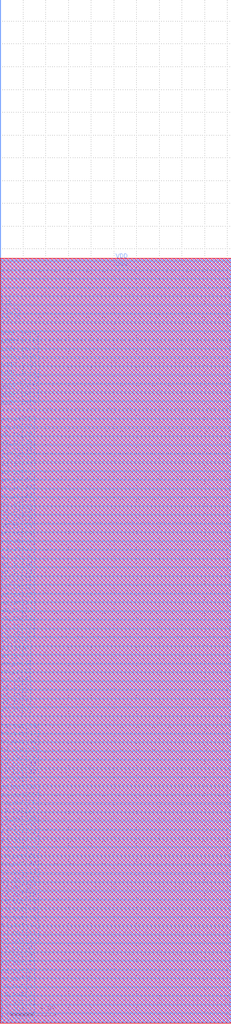
<source format=lef>
VERSION 5.7 ;
BUSBITCHARS "[]" ;
MACRO fakeram7_1024x39
  FOREIGN fakeram7_1024x39 0 0 ;
  SYMMETRY X Y R90 ;
  SIZE 20.330 BY 67.200 ;
  CLASS BLOCK ;
  PIN rd_out[0]
    DIRECTION OUTPUT ;
    USE SIGNAL ;
    SHAPE ABUTMENT ;
    PORT
      LAYER M4 ;
      RECT 0.000 0.096 0.024 0.120 ;
    END
  END rd_out[0]
  PIN rd_out[1]
    DIRECTION OUTPUT ;
    USE SIGNAL ;
    SHAPE ABUTMENT ;
    PORT
      LAYER M4 ;
      RECT 0.000 0.768 0.024 0.792 ;
    END
  END rd_out[1]
  PIN rd_out[2]
    DIRECTION OUTPUT ;
    USE SIGNAL ;
    SHAPE ABUTMENT ;
    PORT
      LAYER M4 ;
      RECT 0.000 1.440 0.024 1.464 ;
    END
  END rd_out[2]
  PIN rd_out[3]
    DIRECTION OUTPUT ;
    USE SIGNAL ;
    SHAPE ABUTMENT ;
    PORT
      LAYER M4 ;
      RECT 0.000 2.112 0.024 2.136 ;
    END
  END rd_out[3]
  PIN rd_out[4]
    DIRECTION OUTPUT ;
    USE SIGNAL ;
    SHAPE ABUTMENT ;
    PORT
      LAYER M4 ;
      RECT 0.000 2.784 0.024 2.808 ;
    END
  END rd_out[4]
  PIN rd_out[5]
    DIRECTION OUTPUT ;
    USE SIGNAL ;
    SHAPE ABUTMENT ;
    PORT
      LAYER M4 ;
      RECT 0.000 3.456 0.024 3.480 ;
    END
  END rd_out[5]
  PIN rd_out[6]
    DIRECTION OUTPUT ;
    USE SIGNAL ;
    SHAPE ABUTMENT ;
    PORT
      LAYER M4 ;
      RECT 0.000 4.128 0.024 4.152 ;
    END
  END rd_out[6]
  PIN rd_out[7]
    DIRECTION OUTPUT ;
    USE SIGNAL ;
    SHAPE ABUTMENT ;
    PORT
      LAYER M4 ;
      RECT 0.000 4.800 0.024 4.824 ;
    END
  END rd_out[7]
  PIN rd_out[8]
    DIRECTION OUTPUT ;
    USE SIGNAL ;
    SHAPE ABUTMENT ;
    PORT
      LAYER M4 ;
      RECT 0.000 5.472 0.024 5.496 ;
    END
  END rd_out[8]
  PIN rd_out[9]
    DIRECTION OUTPUT ;
    USE SIGNAL ;
    SHAPE ABUTMENT ;
    PORT
      LAYER M4 ;
      RECT 0.000 6.144 0.024 6.168 ;
    END
  END rd_out[9]
  PIN rd_out[10]
    DIRECTION OUTPUT ;
    USE SIGNAL ;
    SHAPE ABUTMENT ;
    PORT
      LAYER M4 ;
      RECT 0.000 6.816 0.024 6.840 ;
    END
  END rd_out[10]
  PIN rd_out[11]
    DIRECTION OUTPUT ;
    USE SIGNAL ;
    SHAPE ABUTMENT ;
    PORT
      LAYER M4 ;
      RECT 0.000 7.488 0.024 7.512 ;
    END
  END rd_out[11]
  PIN rd_out[12]
    DIRECTION OUTPUT ;
    USE SIGNAL ;
    SHAPE ABUTMENT ;
    PORT
      LAYER M4 ;
      RECT 0.000 8.160 0.024 8.184 ;
    END
  END rd_out[12]
  PIN rd_out[13]
    DIRECTION OUTPUT ;
    USE SIGNAL ;
    SHAPE ABUTMENT ;
    PORT
      LAYER M4 ;
      RECT 0.000 8.832 0.024 8.856 ;
    END
  END rd_out[13]
  PIN rd_out[14]
    DIRECTION OUTPUT ;
    USE SIGNAL ;
    SHAPE ABUTMENT ;
    PORT
      LAYER M4 ;
      RECT 0.000 9.504 0.024 9.528 ;
    END
  END rd_out[14]
  PIN rd_out[15]
    DIRECTION OUTPUT ;
    USE SIGNAL ;
    SHAPE ABUTMENT ;
    PORT
      LAYER M4 ;
      RECT 0.000 10.176 0.024 10.200 ;
    END
  END rd_out[15]
  PIN rd_out[16]
    DIRECTION OUTPUT ;
    USE SIGNAL ;
    SHAPE ABUTMENT ;
    PORT
      LAYER M4 ;
      RECT 0.000 10.848 0.024 10.872 ;
    END
  END rd_out[16]
  PIN rd_out[17]
    DIRECTION OUTPUT ;
    USE SIGNAL ;
    SHAPE ABUTMENT ;
    PORT
      LAYER M4 ;
      RECT 0.000 11.520 0.024 11.544 ;
    END
  END rd_out[17]
  PIN rd_out[18]
    DIRECTION OUTPUT ;
    USE SIGNAL ;
    SHAPE ABUTMENT ;
    PORT
      LAYER M4 ;
      RECT 0.000 12.192 0.024 12.216 ;
    END
  END rd_out[18]
  PIN rd_out[19]
    DIRECTION OUTPUT ;
    USE SIGNAL ;
    SHAPE ABUTMENT ;
    PORT
      LAYER M4 ;
      RECT 0.000 12.864 0.024 12.888 ;
    END
  END rd_out[19]
  PIN rd_out[20]
    DIRECTION OUTPUT ;
    USE SIGNAL ;
    SHAPE ABUTMENT ;
    PORT
      LAYER M4 ;
      RECT 0.000 13.536 0.024 13.560 ;
    END
  END rd_out[20]
  PIN rd_out[21]
    DIRECTION OUTPUT ;
    USE SIGNAL ;
    SHAPE ABUTMENT ;
    PORT
      LAYER M4 ;
      RECT 0.000 14.208 0.024 14.232 ;
    END
  END rd_out[21]
  PIN rd_out[22]
    DIRECTION OUTPUT ;
    USE SIGNAL ;
    SHAPE ABUTMENT ;
    PORT
      LAYER M4 ;
      RECT 0.000 14.880 0.024 14.904 ;
    END
  END rd_out[22]
  PIN rd_out[23]
    DIRECTION OUTPUT ;
    USE SIGNAL ;
    SHAPE ABUTMENT ;
    PORT
      LAYER M4 ;
      RECT 0.000 15.552 0.024 15.576 ;
    END
  END rd_out[23]
  PIN rd_out[24]
    DIRECTION OUTPUT ;
    USE SIGNAL ;
    SHAPE ABUTMENT ;
    PORT
      LAYER M4 ;
      RECT 0.000 16.224 0.024 16.248 ;
    END
  END rd_out[24]
  PIN rd_out[25]
    DIRECTION OUTPUT ;
    USE SIGNAL ;
    SHAPE ABUTMENT ;
    PORT
      LAYER M4 ;
      RECT 0.000 16.896 0.024 16.920 ;
    END
  END rd_out[25]
  PIN rd_out[26]
    DIRECTION OUTPUT ;
    USE SIGNAL ;
    SHAPE ABUTMENT ;
    PORT
      LAYER M4 ;
      RECT 0.000 17.568 0.024 17.592 ;
    END
  END rd_out[26]
  PIN rd_out[27]
    DIRECTION OUTPUT ;
    USE SIGNAL ;
    SHAPE ABUTMENT ;
    PORT
      LAYER M4 ;
      RECT 0.000 18.240 0.024 18.264 ;
    END
  END rd_out[27]
  PIN rd_out[28]
    DIRECTION OUTPUT ;
    USE SIGNAL ;
    SHAPE ABUTMENT ;
    PORT
      LAYER M4 ;
      RECT 0.000 18.912 0.024 18.936 ;
    END
  END rd_out[28]
  PIN rd_out[29]
    DIRECTION OUTPUT ;
    USE SIGNAL ;
    SHAPE ABUTMENT ;
    PORT
      LAYER M4 ;
      RECT 0.000 19.584 0.024 19.608 ;
    END
  END rd_out[29]
  PIN rd_out[30]
    DIRECTION OUTPUT ;
    USE SIGNAL ;
    SHAPE ABUTMENT ;
    PORT
      LAYER M4 ;
      RECT 0.000 20.256 0.024 20.280 ;
    END
  END rd_out[30]
  PIN rd_out[31]
    DIRECTION OUTPUT ;
    USE SIGNAL ;
    SHAPE ABUTMENT ;
    PORT
      LAYER M4 ;
      RECT 0.000 20.928 0.024 20.952 ;
    END
  END rd_out[31]
  PIN rd_out[32]
    DIRECTION OUTPUT ;
    USE SIGNAL ;
    SHAPE ABUTMENT ;
    PORT
      LAYER M4 ;
      RECT 0.000 21.600 0.024 21.624 ;
    END
  END rd_out[32]
  PIN rd_out[33]
    DIRECTION OUTPUT ;
    USE SIGNAL ;
    SHAPE ABUTMENT ;
    PORT
      LAYER M4 ;
      RECT 0.000 22.272 0.024 22.296 ;
    END
  END rd_out[33]
  PIN rd_out[34]
    DIRECTION OUTPUT ;
    USE SIGNAL ;
    SHAPE ABUTMENT ;
    PORT
      LAYER M4 ;
      RECT 0.000 22.944 0.024 22.968 ;
    END
  END rd_out[34]
  PIN rd_out[35]
    DIRECTION OUTPUT ;
    USE SIGNAL ;
    SHAPE ABUTMENT ;
    PORT
      LAYER M4 ;
      RECT 0.000 23.616 0.024 23.640 ;
    END
  END rd_out[35]
  PIN rd_out[36]
    DIRECTION OUTPUT ;
    USE SIGNAL ;
    SHAPE ABUTMENT ;
    PORT
      LAYER M4 ;
      RECT 0.000 24.288 0.024 24.312 ;
    END
  END rd_out[36]
  PIN rd_out[37]
    DIRECTION OUTPUT ;
    USE SIGNAL ;
    SHAPE ABUTMENT ;
    PORT
      LAYER M4 ;
      RECT 0.000 24.960 0.024 24.984 ;
    END
  END rd_out[37]
  PIN rd_out[38]
    DIRECTION OUTPUT ;
    USE SIGNAL ;
    SHAPE ABUTMENT ;
    PORT
      LAYER M4 ;
      RECT 0.000 25.632 0.024 25.656 ;
    END
  END rd_out[38]
  PIN wd_in[0]
    DIRECTION INPUT ;
    USE SIGNAL ;
    SHAPE ABUTMENT ;
    PORT
      LAYER M4 ;
      RECT 0.000 27.072 0.024 27.096 ;
    END
  END wd_in[0]
  PIN wd_in[1]
    DIRECTION INPUT ;
    USE SIGNAL ;
    SHAPE ABUTMENT ;
    PORT
      LAYER M4 ;
      RECT 0.000 27.744 0.024 27.768 ;
    END
  END wd_in[1]
  PIN wd_in[2]
    DIRECTION INPUT ;
    USE SIGNAL ;
    SHAPE ABUTMENT ;
    PORT
      LAYER M4 ;
      RECT 0.000 28.416 0.024 28.440 ;
    END
  END wd_in[2]
  PIN wd_in[3]
    DIRECTION INPUT ;
    USE SIGNAL ;
    SHAPE ABUTMENT ;
    PORT
      LAYER M4 ;
      RECT 0.000 29.088 0.024 29.112 ;
    END
  END wd_in[3]
  PIN wd_in[4]
    DIRECTION INPUT ;
    USE SIGNAL ;
    SHAPE ABUTMENT ;
    PORT
      LAYER M4 ;
      RECT 0.000 29.760 0.024 29.784 ;
    END
  END wd_in[4]
  PIN wd_in[5]
    DIRECTION INPUT ;
    USE SIGNAL ;
    SHAPE ABUTMENT ;
    PORT
      LAYER M4 ;
      RECT 0.000 30.432 0.024 30.456 ;
    END
  END wd_in[5]
  PIN wd_in[6]
    DIRECTION INPUT ;
    USE SIGNAL ;
    SHAPE ABUTMENT ;
    PORT
      LAYER M4 ;
      RECT 0.000 31.104 0.024 31.128 ;
    END
  END wd_in[6]
  PIN wd_in[7]
    DIRECTION INPUT ;
    USE SIGNAL ;
    SHAPE ABUTMENT ;
    PORT
      LAYER M4 ;
      RECT 0.000 31.776 0.024 31.800 ;
    END
  END wd_in[7]
  PIN wd_in[8]
    DIRECTION INPUT ;
    USE SIGNAL ;
    SHAPE ABUTMENT ;
    PORT
      LAYER M4 ;
      RECT 0.000 32.448 0.024 32.472 ;
    END
  END wd_in[8]
  PIN wd_in[9]
    DIRECTION INPUT ;
    USE SIGNAL ;
    SHAPE ABUTMENT ;
    PORT
      LAYER M4 ;
      RECT 0.000 33.120 0.024 33.144 ;
    END
  END wd_in[9]
  PIN wd_in[10]
    DIRECTION INPUT ;
    USE SIGNAL ;
    SHAPE ABUTMENT ;
    PORT
      LAYER M4 ;
      RECT 0.000 33.792 0.024 33.816 ;
    END
  END wd_in[10]
  PIN wd_in[11]
    DIRECTION INPUT ;
    USE SIGNAL ;
    SHAPE ABUTMENT ;
    PORT
      LAYER M4 ;
      RECT 0.000 34.464 0.024 34.488 ;
    END
  END wd_in[11]
  PIN wd_in[12]
    DIRECTION INPUT ;
    USE SIGNAL ;
    SHAPE ABUTMENT ;
    PORT
      LAYER M4 ;
      RECT 0.000 35.136 0.024 35.160 ;
    END
  END wd_in[12]
  PIN wd_in[13]
    DIRECTION INPUT ;
    USE SIGNAL ;
    SHAPE ABUTMENT ;
    PORT
      LAYER M4 ;
      RECT 0.000 35.808 0.024 35.832 ;
    END
  END wd_in[13]
  PIN wd_in[14]
    DIRECTION INPUT ;
    USE SIGNAL ;
    SHAPE ABUTMENT ;
    PORT
      LAYER M4 ;
      RECT 0.000 36.480 0.024 36.504 ;
    END
  END wd_in[14]
  PIN wd_in[15]
    DIRECTION INPUT ;
    USE SIGNAL ;
    SHAPE ABUTMENT ;
    PORT
      LAYER M4 ;
      RECT 0.000 37.152 0.024 37.176 ;
    END
  END wd_in[15]
  PIN wd_in[16]
    DIRECTION INPUT ;
    USE SIGNAL ;
    SHAPE ABUTMENT ;
    PORT
      LAYER M4 ;
      RECT 0.000 37.824 0.024 37.848 ;
    END
  END wd_in[16]
  PIN wd_in[17]
    DIRECTION INPUT ;
    USE SIGNAL ;
    SHAPE ABUTMENT ;
    PORT
      LAYER M4 ;
      RECT 0.000 38.496 0.024 38.520 ;
    END
  END wd_in[17]
  PIN wd_in[18]
    DIRECTION INPUT ;
    USE SIGNAL ;
    SHAPE ABUTMENT ;
    PORT
      LAYER M4 ;
      RECT 0.000 39.168 0.024 39.192 ;
    END
  END wd_in[18]
  PIN wd_in[19]
    DIRECTION INPUT ;
    USE SIGNAL ;
    SHAPE ABUTMENT ;
    PORT
      LAYER M4 ;
      RECT 0.000 39.840 0.024 39.864 ;
    END
  END wd_in[19]
  PIN wd_in[20]
    DIRECTION INPUT ;
    USE SIGNAL ;
    SHAPE ABUTMENT ;
    PORT
      LAYER M4 ;
      RECT 0.000 40.512 0.024 40.536 ;
    END
  END wd_in[20]
  PIN wd_in[21]
    DIRECTION INPUT ;
    USE SIGNAL ;
    SHAPE ABUTMENT ;
    PORT
      LAYER M4 ;
      RECT 0.000 41.184 0.024 41.208 ;
    END
  END wd_in[21]
  PIN wd_in[22]
    DIRECTION INPUT ;
    USE SIGNAL ;
    SHAPE ABUTMENT ;
    PORT
      LAYER M4 ;
      RECT 0.000 41.856 0.024 41.880 ;
    END
  END wd_in[22]
  PIN wd_in[23]
    DIRECTION INPUT ;
    USE SIGNAL ;
    SHAPE ABUTMENT ;
    PORT
      LAYER M4 ;
      RECT 0.000 42.528 0.024 42.552 ;
    END
  END wd_in[23]
  PIN wd_in[24]
    DIRECTION INPUT ;
    USE SIGNAL ;
    SHAPE ABUTMENT ;
    PORT
      LAYER M4 ;
      RECT 0.000 43.200 0.024 43.224 ;
    END
  END wd_in[24]
  PIN wd_in[25]
    DIRECTION INPUT ;
    USE SIGNAL ;
    SHAPE ABUTMENT ;
    PORT
      LAYER M4 ;
      RECT 0.000 43.872 0.024 43.896 ;
    END
  END wd_in[25]
  PIN wd_in[26]
    DIRECTION INPUT ;
    USE SIGNAL ;
    SHAPE ABUTMENT ;
    PORT
      LAYER M4 ;
      RECT 0.000 44.544 0.024 44.568 ;
    END
  END wd_in[26]
  PIN wd_in[27]
    DIRECTION INPUT ;
    USE SIGNAL ;
    SHAPE ABUTMENT ;
    PORT
      LAYER M4 ;
      RECT 0.000 45.216 0.024 45.240 ;
    END
  END wd_in[27]
  PIN wd_in[28]
    DIRECTION INPUT ;
    USE SIGNAL ;
    SHAPE ABUTMENT ;
    PORT
      LAYER M4 ;
      RECT 0.000 45.888 0.024 45.912 ;
    END
  END wd_in[28]
  PIN wd_in[29]
    DIRECTION INPUT ;
    USE SIGNAL ;
    SHAPE ABUTMENT ;
    PORT
      LAYER M4 ;
      RECT 0.000 46.560 0.024 46.584 ;
    END
  END wd_in[29]
  PIN wd_in[30]
    DIRECTION INPUT ;
    USE SIGNAL ;
    SHAPE ABUTMENT ;
    PORT
      LAYER M4 ;
      RECT 0.000 47.232 0.024 47.256 ;
    END
  END wd_in[30]
  PIN wd_in[31]
    DIRECTION INPUT ;
    USE SIGNAL ;
    SHAPE ABUTMENT ;
    PORT
      LAYER M4 ;
      RECT 0.000 47.904 0.024 47.928 ;
    END
  END wd_in[31]
  PIN wd_in[32]
    DIRECTION INPUT ;
    USE SIGNAL ;
    SHAPE ABUTMENT ;
    PORT
      LAYER M4 ;
      RECT 0.000 48.576 0.024 48.600 ;
    END
  END wd_in[32]
  PIN wd_in[33]
    DIRECTION INPUT ;
    USE SIGNAL ;
    SHAPE ABUTMENT ;
    PORT
      LAYER M4 ;
      RECT 0.000 49.248 0.024 49.272 ;
    END
  END wd_in[33]
  PIN wd_in[34]
    DIRECTION INPUT ;
    USE SIGNAL ;
    SHAPE ABUTMENT ;
    PORT
      LAYER M4 ;
      RECT 0.000 49.920 0.024 49.944 ;
    END
  END wd_in[34]
  PIN wd_in[35]
    DIRECTION INPUT ;
    USE SIGNAL ;
    SHAPE ABUTMENT ;
    PORT
      LAYER M4 ;
      RECT 0.000 50.592 0.024 50.616 ;
    END
  END wd_in[35]
  PIN wd_in[36]
    DIRECTION INPUT ;
    USE SIGNAL ;
    SHAPE ABUTMENT ;
    PORT
      LAYER M4 ;
      RECT 0.000 51.264 0.024 51.288 ;
    END
  END wd_in[36]
  PIN wd_in[37]
    DIRECTION INPUT ;
    USE SIGNAL ;
    SHAPE ABUTMENT ;
    PORT
      LAYER M4 ;
      RECT 0.000 51.936 0.024 51.960 ;
    END
  END wd_in[37]
  PIN wd_in[38]
    DIRECTION INPUT ;
    USE SIGNAL ;
    SHAPE ABUTMENT ;
    PORT
      LAYER M4 ;
      RECT 0.000 52.608 0.024 52.632 ;
    END
  END wd_in[38]
  PIN addr_in[0]
    DIRECTION INPUT ;
    USE SIGNAL ;
    SHAPE ABUTMENT ;
    PORT
      LAYER M4 ;
      RECT 0.000 54.048 0.024 54.072 ;
    END
  END addr_in[0]
  PIN addr_in[1]
    DIRECTION INPUT ;
    USE SIGNAL ;
    SHAPE ABUTMENT ;
    PORT
      LAYER M4 ;
      RECT 0.000 54.720 0.024 54.744 ;
    END
  END addr_in[1]
  PIN addr_in[2]
    DIRECTION INPUT ;
    USE SIGNAL ;
    SHAPE ABUTMENT ;
    PORT
      LAYER M4 ;
      RECT 0.000 55.392 0.024 55.416 ;
    END
  END addr_in[2]
  PIN addr_in[3]
    DIRECTION INPUT ;
    USE SIGNAL ;
    SHAPE ABUTMENT ;
    PORT
      LAYER M4 ;
      RECT 0.000 56.064 0.024 56.088 ;
    END
  END addr_in[3]
  PIN addr_in[4]
    DIRECTION INPUT ;
    USE SIGNAL ;
    SHAPE ABUTMENT ;
    PORT
      LAYER M4 ;
      RECT 0.000 56.736 0.024 56.760 ;
    END
  END addr_in[4]
  PIN addr_in[5]
    DIRECTION INPUT ;
    USE SIGNAL ;
    SHAPE ABUTMENT ;
    PORT
      LAYER M4 ;
      RECT 0.000 57.408 0.024 57.432 ;
    END
  END addr_in[5]
  PIN addr_in[6]
    DIRECTION INPUT ;
    USE SIGNAL ;
    SHAPE ABUTMENT ;
    PORT
      LAYER M4 ;
      RECT 0.000 58.080 0.024 58.104 ;
    END
  END addr_in[6]
  PIN addr_in[7]
    DIRECTION INPUT ;
    USE SIGNAL ;
    SHAPE ABUTMENT ;
    PORT
      LAYER M4 ;
      RECT 0.000 58.752 0.024 58.776 ;
    END
  END addr_in[7]
  PIN addr_in[8]
    DIRECTION INPUT ;
    USE SIGNAL ;
    SHAPE ABUTMENT ;
    PORT
      LAYER M4 ;
      RECT 0.000 59.424 0.024 59.448 ;
    END
  END addr_in[8]
  PIN addr_in[9]
    DIRECTION INPUT ;
    USE SIGNAL ;
    SHAPE ABUTMENT ;
    PORT
      LAYER M4 ;
      RECT 0.000 60.096 0.024 60.120 ;
    END
  END addr_in[9]
  PIN we_in
    DIRECTION INPUT ;
    USE SIGNAL ;
    SHAPE ABUTMENT ;
    PORT
      LAYER M4 ;
      RECT 0.000 61.536 0.024 61.560 ;
    END
  END we_in
  PIN ce_in
    DIRECTION INPUT ;
    USE SIGNAL ;
    SHAPE ABUTMENT ;
    PORT
      LAYER M4 ;
      RECT 0.000 62.208 0.024 62.232 ;
    END
  END ce_in
  PIN clk
    DIRECTION INPUT ;
    USE CLOCK ;
    SHAPE ABUTMENT ;
    PORT
      LAYER M4 ;
      RECT 0.000 62.880 0.024 62.904 ;
    END
  END clk
  PIN VSS
    DIRECTION INOUT ;
    USE GROUND ;
    PORT
      LAYER M4 ;
      RECT 0.096 0.048 20.234 0.144 ;
      RECT 0.096 1.584 20.234 1.680 ;
      RECT 0.096 3.120 20.234 3.216 ;
      RECT 0.096 4.656 20.234 4.752 ;
      RECT 0.096 6.192 20.234 6.288 ;
      RECT 0.096 7.728 20.234 7.824 ;
      RECT 0.096 9.264 20.234 9.360 ;
      RECT 0.096 10.800 20.234 10.896 ;
      RECT 0.096 12.336 20.234 12.432 ;
      RECT 0.096 13.872 20.234 13.968 ;
      RECT 0.096 15.408 20.234 15.504 ;
      RECT 0.096 16.944 20.234 17.040 ;
      RECT 0.096 18.480 20.234 18.576 ;
      RECT 0.096 20.016 20.234 20.112 ;
      RECT 0.096 21.552 20.234 21.648 ;
      RECT 0.096 23.088 20.234 23.184 ;
      RECT 0.096 24.624 20.234 24.720 ;
      RECT 0.096 26.160 20.234 26.256 ;
      RECT 0.096 27.696 20.234 27.792 ;
      RECT 0.096 29.232 20.234 29.328 ;
      RECT 0.096 30.768 20.234 30.864 ;
      RECT 0.096 32.304 20.234 32.400 ;
      RECT 0.096 33.840 20.234 33.936 ;
      RECT 0.096 35.376 20.234 35.472 ;
      RECT 0.096 36.912 20.234 37.008 ;
      RECT 0.096 38.448 20.234 38.544 ;
      RECT 0.096 39.984 20.234 40.080 ;
      RECT 0.096 41.520 20.234 41.616 ;
      RECT 0.096 43.056 20.234 43.152 ;
      RECT 0.096 44.592 20.234 44.688 ;
      RECT 0.096 46.128 20.234 46.224 ;
      RECT 0.096 47.664 20.234 47.760 ;
      RECT 0.096 49.200 20.234 49.296 ;
      RECT 0.096 50.736 20.234 50.832 ;
      RECT 0.096 52.272 20.234 52.368 ;
      RECT 0.096 53.808 20.234 53.904 ;
      RECT 0.096 55.344 20.234 55.440 ;
      RECT 0.096 56.880 20.234 56.976 ;
      RECT 0.096 58.416 20.234 58.512 ;
      RECT 0.096 59.952 20.234 60.048 ;
      RECT 0.096 61.488 20.234 61.584 ;
      RECT 0.096 63.024 20.234 63.120 ;
      RECT 0.096 64.560 20.234 64.656 ;
      RECT 0.096 66.096 20.234 66.192 ;
    END
  END VSS
  PIN VDD
    DIRECTION INOUT ;
    USE POWER ;
    PORT
      LAYER M4 ;
      RECT 0.096 0.816 20.234 0.912 ;
      RECT 0.096 2.352 20.234 2.448 ;
      RECT 0.096 3.888 20.234 3.984 ;
      RECT 0.096 5.424 20.234 5.520 ;
      RECT 0.096 6.960 20.234 7.056 ;
      RECT 0.096 8.496 20.234 8.592 ;
      RECT 0.096 10.032 20.234 10.128 ;
      RECT 0.096 11.568 20.234 11.664 ;
      RECT 0.096 13.104 20.234 13.200 ;
      RECT 0.096 14.640 20.234 14.736 ;
      RECT 0.096 16.176 20.234 16.272 ;
      RECT 0.096 17.712 20.234 17.808 ;
      RECT 0.096 19.248 20.234 19.344 ;
      RECT 0.096 20.784 20.234 20.880 ;
      RECT 0.096 22.320 20.234 22.416 ;
      RECT 0.096 23.856 20.234 23.952 ;
      RECT 0.096 25.392 20.234 25.488 ;
      RECT 0.096 26.928 20.234 27.024 ;
      RECT 0.096 28.464 20.234 28.560 ;
      RECT 0.096 30.000 20.234 30.096 ;
      RECT 0.096 31.536 20.234 31.632 ;
      RECT 0.096 33.072 20.234 33.168 ;
      RECT 0.096 34.608 20.234 34.704 ;
      RECT 0.096 36.144 20.234 36.240 ;
      RECT 0.096 37.680 20.234 37.776 ;
      RECT 0.096 39.216 20.234 39.312 ;
      RECT 0.096 40.752 20.234 40.848 ;
      RECT 0.096 42.288 20.234 42.384 ;
      RECT 0.096 43.824 20.234 43.920 ;
      RECT 0.096 45.360 20.234 45.456 ;
      RECT 0.096 46.896 20.234 46.992 ;
      RECT 0.096 48.432 20.234 48.528 ;
      RECT 0.096 49.968 20.234 50.064 ;
      RECT 0.096 51.504 20.234 51.600 ;
      RECT 0.096 53.040 20.234 53.136 ;
      RECT 0.096 54.576 20.234 54.672 ;
      RECT 0.096 56.112 20.234 56.208 ;
      RECT 0.096 57.648 20.234 57.744 ;
      RECT 0.096 59.184 20.234 59.280 ;
      RECT 0.096 60.720 20.234 60.816 ;
      RECT 0.096 62.256 20.234 62.352 ;
      RECT 0.096 63.792 20.234 63.888 ;
      RECT 0.096 65.328 20.234 65.424 ;
      RECT 0.096 66.864 20.234 66.960 ;
    END
  END VDD
  OBS
    LAYER M1 ;
    RECT 0 0 20.330 67.200 ;
    LAYER M2 ;
    RECT 0 0 20.330 67.200 ;
    LAYER M3 ;
    RECT 0 0 20.330 67.200 ;
    LAYER M4 ;
    RECT 0.024 0 0.096 67.200 ;
    RECT 20.234 0 20.330 67.200 ;
    RECT 0.096 0.000 20.234 0.048 ;
    RECT 0.096 0.144 20.234 0.816 ;
    RECT 0.096 0.912 20.234 1.584 ;
    RECT 0.096 1.680 20.234 2.352 ;
    RECT 0.096 2.448 20.234 3.120 ;
    RECT 0.096 3.216 20.234 3.888 ;
    RECT 0.096 3.984 20.234 4.656 ;
    RECT 0.096 4.752 20.234 5.424 ;
    RECT 0.096 5.520 20.234 6.192 ;
    RECT 0.096 6.288 20.234 6.960 ;
    RECT 0.096 7.056 20.234 7.728 ;
    RECT 0.096 7.824 20.234 8.496 ;
    RECT 0.096 8.592 20.234 9.264 ;
    RECT 0.096 9.360 20.234 10.032 ;
    RECT 0.096 10.128 20.234 10.800 ;
    RECT 0.096 10.896 20.234 11.568 ;
    RECT 0.096 11.664 20.234 12.336 ;
    RECT 0.096 12.432 20.234 13.104 ;
    RECT 0.096 13.200 20.234 13.872 ;
    RECT 0.096 13.968 20.234 14.640 ;
    RECT 0.096 14.736 20.234 15.408 ;
    RECT 0.096 15.504 20.234 16.176 ;
    RECT 0.096 16.272 20.234 16.944 ;
    RECT 0.096 17.040 20.234 17.712 ;
    RECT 0.096 17.808 20.234 18.480 ;
    RECT 0.096 18.576 20.234 19.248 ;
    RECT 0.096 19.344 20.234 20.016 ;
    RECT 0.096 20.112 20.234 20.784 ;
    RECT 0.096 20.880 20.234 21.552 ;
    RECT 0.096 21.648 20.234 22.320 ;
    RECT 0.096 22.416 20.234 23.088 ;
    RECT 0.096 23.184 20.234 23.856 ;
    RECT 0.096 23.952 20.234 24.624 ;
    RECT 0.096 24.720 20.234 25.392 ;
    RECT 0.096 25.488 20.234 26.160 ;
    RECT 0.096 26.256 20.234 26.928 ;
    RECT 0.096 27.024 20.234 27.696 ;
    RECT 0.096 27.792 20.234 28.464 ;
    RECT 0.096 28.560 20.234 29.232 ;
    RECT 0.096 29.328 20.234 30.000 ;
    RECT 0.096 30.096 20.234 30.768 ;
    RECT 0.096 30.864 20.234 31.536 ;
    RECT 0.096 31.632 20.234 32.304 ;
    RECT 0.096 32.400 20.234 33.072 ;
    RECT 0.096 33.168 20.234 33.840 ;
    RECT 0.096 33.936 20.234 34.608 ;
    RECT 0.096 34.704 20.234 35.376 ;
    RECT 0.096 35.472 20.234 36.144 ;
    RECT 0.096 36.240 20.234 36.912 ;
    RECT 0.096 37.008 20.234 37.680 ;
    RECT 0.096 37.776 20.234 38.448 ;
    RECT 0.096 38.544 20.234 39.216 ;
    RECT 0.096 39.312 20.234 39.984 ;
    RECT 0.096 40.080 20.234 40.752 ;
    RECT 0.096 40.848 20.234 41.520 ;
    RECT 0.096 41.616 20.234 42.288 ;
    RECT 0.096 42.384 20.234 43.056 ;
    RECT 0.096 43.152 20.234 43.824 ;
    RECT 0.096 43.920 20.234 44.592 ;
    RECT 0.096 44.688 20.234 45.360 ;
    RECT 0.096 45.456 20.234 46.128 ;
    RECT 0.096 46.224 20.234 46.896 ;
    RECT 0.096 46.992 20.234 47.664 ;
    RECT 0.096 47.760 20.234 48.432 ;
    RECT 0.096 48.528 20.234 49.200 ;
    RECT 0.096 49.296 20.234 49.968 ;
    RECT 0.096 50.064 20.234 50.736 ;
    RECT 0.096 50.832 20.234 51.504 ;
    RECT 0.096 51.600 20.234 52.272 ;
    RECT 0.096 52.368 20.234 53.040 ;
    RECT 0.096 53.136 20.234 53.808 ;
    RECT 0.096 53.904 20.234 54.576 ;
    RECT 0.096 54.672 20.234 55.344 ;
    RECT 0.096 55.440 20.234 56.112 ;
    RECT 0.096 56.208 20.234 56.880 ;
    RECT 0.096 56.976 20.234 57.648 ;
    RECT 0.096 57.744 20.234 58.416 ;
    RECT 0.096 58.512 20.234 59.184 ;
    RECT 0.096 59.280 20.234 59.952 ;
    RECT 0.096 60.048 20.234 60.720 ;
    RECT 0.096 60.816 20.234 61.488 ;
    RECT 0.096 61.584 20.234 62.256 ;
    RECT 0.096 62.352 20.234 63.024 ;
    RECT 0.096 63.120 20.234 63.792 ;
    RECT 0.096 63.888 20.234 64.560 ;
    RECT 0.096 64.656 20.234 65.328 ;
    RECT 0.096 65.424 20.234 66.096 ;
    RECT 0.096 66.192 20.234 66.864 ;
    RECT 0.096 66.960 20.234 67.200 ;
    RECT 0 0.000 0.024 0.096 ;
    RECT 0 0.120 0.024 0.768 ;
    RECT 0 0.792 0.024 1.440 ;
    RECT 0 1.464 0.024 2.112 ;
    RECT 0 2.136 0.024 2.784 ;
    RECT 0 2.808 0.024 3.456 ;
    RECT 0 3.480 0.024 4.128 ;
    RECT 0 4.152 0.024 4.800 ;
    RECT 0 4.824 0.024 5.472 ;
    RECT 0 5.496 0.024 6.144 ;
    RECT 0 6.168 0.024 6.816 ;
    RECT 0 6.840 0.024 7.488 ;
    RECT 0 7.512 0.024 8.160 ;
    RECT 0 8.184 0.024 8.832 ;
    RECT 0 8.856 0.024 9.504 ;
    RECT 0 9.528 0.024 10.176 ;
    RECT 0 10.200 0.024 10.848 ;
    RECT 0 10.872 0.024 11.520 ;
    RECT 0 11.544 0.024 12.192 ;
    RECT 0 12.216 0.024 12.864 ;
    RECT 0 12.888 0.024 13.536 ;
    RECT 0 13.560 0.024 14.208 ;
    RECT 0 14.232 0.024 14.880 ;
    RECT 0 14.904 0.024 15.552 ;
    RECT 0 15.576 0.024 16.224 ;
    RECT 0 16.248 0.024 16.896 ;
    RECT 0 16.920 0.024 17.568 ;
    RECT 0 17.592 0.024 18.240 ;
    RECT 0 18.264 0.024 18.912 ;
    RECT 0 18.936 0.024 19.584 ;
    RECT 0 19.608 0.024 20.256 ;
    RECT 0 20.280 0.024 20.928 ;
    RECT 0 20.952 0.024 21.600 ;
    RECT 0 21.624 0.024 22.272 ;
    RECT 0 22.296 0.024 22.944 ;
    RECT 0 22.968 0.024 23.616 ;
    RECT 0 23.640 0.024 24.288 ;
    RECT 0 24.312 0.024 24.960 ;
    RECT 0 24.984 0.024 25.632 ;
    RECT 0 25.656 0.024 27.072 ;
    RECT 0 27.096 0.024 27.744 ;
    RECT 0 27.768 0.024 28.416 ;
    RECT 0 28.440 0.024 29.088 ;
    RECT 0 29.112 0.024 29.760 ;
    RECT 0 29.784 0.024 30.432 ;
    RECT 0 30.456 0.024 31.104 ;
    RECT 0 31.128 0.024 31.776 ;
    RECT 0 31.800 0.024 32.448 ;
    RECT 0 32.472 0.024 33.120 ;
    RECT 0 33.144 0.024 33.792 ;
    RECT 0 33.816 0.024 34.464 ;
    RECT 0 34.488 0.024 35.136 ;
    RECT 0 35.160 0.024 35.808 ;
    RECT 0 35.832 0.024 36.480 ;
    RECT 0 36.504 0.024 37.152 ;
    RECT 0 37.176 0.024 37.824 ;
    RECT 0 37.848 0.024 38.496 ;
    RECT 0 38.520 0.024 39.168 ;
    RECT 0 39.192 0.024 39.840 ;
    RECT 0 39.864 0.024 40.512 ;
    RECT 0 40.536 0.024 41.184 ;
    RECT 0 41.208 0.024 41.856 ;
    RECT 0 41.880 0.024 42.528 ;
    RECT 0 42.552 0.024 43.200 ;
    RECT 0 43.224 0.024 43.872 ;
    RECT 0 43.896 0.024 44.544 ;
    RECT 0 44.568 0.024 45.216 ;
    RECT 0 45.240 0.024 45.888 ;
    RECT 0 45.912 0.024 46.560 ;
    RECT 0 46.584 0.024 47.232 ;
    RECT 0 47.256 0.024 47.904 ;
    RECT 0 47.928 0.024 48.576 ;
    RECT 0 48.600 0.024 49.248 ;
    RECT 0 49.272 0.024 49.920 ;
    RECT 0 49.944 0.024 50.592 ;
    RECT 0 50.616 0.024 51.264 ;
    RECT 0 51.288 0.024 51.936 ;
    RECT 0 51.960 0.024 52.608 ;
    RECT 0 52.632 0.024 54.048 ;
    RECT 0 54.072 0.024 54.720 ;
    RECT 0 54.744 0.024 55.392 ;
    RECT 0 55.416 0.024 56.064 ;
    RECT 0 56.088 0.024 56.736 ;
    RECT 0 56.760 0.024 57.408 ;
    RECT 0 57.432 0.024 58.080 ;
    RECT 0 58.104 0.024 58.752 ;
    RECT 0 58.776 0.024 59.424 ;
    RECT 0 59.448 0.024 60.096 ;
    RECT 0 60.120 0.024 60.768 ;
    RECT 0 60.792 0.024 61.440 ;
    RECT 0 61.464 0.024 62.112 ;
    RECT 0 62.136 0.024 62.784 ;
    RECT 0 62.808 0.024 63.456 ;
    RECT 0 63.480 0.024 64.128 ;
    RECT 0 64.152 0.024 64.800 ;
    RECT 0 64.824 0.024 65.472 ;
    RECT 0 65.496 0.024 66.144 ;
    RECT 0 66.168 0.024 66.816 ;
    RECT 0 66.840 0.024 67.488 ;
    RECT 0 67.512 0.024 68.160 ;
    RECT 0 68.184 0.024 68.832 ;
    RECT 0 68.856 0.024 69.504 ;
    RECT 0 69.528 0.024 70.176 ;
    RECT 0 70.200 0.024 70.848 ;
    RECT 0 70.872 0.024 71.520 ;
    RECT 0 71.544 0.024 72.192 ;
    RECT 0 72.216 0.024 72.864 ;
    RECT 0 72.888 0.024 73.536 ;
    RECT 0 73.560 0.024 74.208 ;
    RECT 0 74.232 0.024 74.880 ;
    RECT 0 74.904 0.024 75.552 ;
    RECT 0 75.576 0.024 76.224 ;
    RECT 0 76.248 0.024 76.896 ;
    RECT 0 76.920 0.024 77.568 ;
    RECT 0 77.592 0.024 78.240 ;
    RECT 0 78.264 0.024 78.912 ;
    RECT 0 78.936 0.024 79.584 ;
    RECT 0 79.608 0.024 81.024 ;
    RECT 0 81.048 0.024 81.696 ;
    RECT 0 81.720 0.024 82.368 ;
    RECT 0 82.392 0.024 83.040 ;
    RECT 0 83.064 0.024 83.712 ;
    RECT 0 83.736 0.024 84.384 ;
    RECT 0 84.408 0.024 85.056 ;
    RECT 0 85.080 0.024 85.728 ;
    RECT 0 85.752 0.024 86.400 ;
    RECT 0 86.424 0.024 87.072 ;
    RECT 0 87.096 0.024 88.512 ;
    RECT 0 88.536 0.024 89.184 ;
    RECT 0 89.208 0.024 89.856 ;
    RECT 0 89.880 0.024 67.200 ;
    LAYER OVERLAP ;
    RECT 0 0 20.330 67.200 ;
  END
END fakeram7_1024x39

END LIBRARY

</source>
